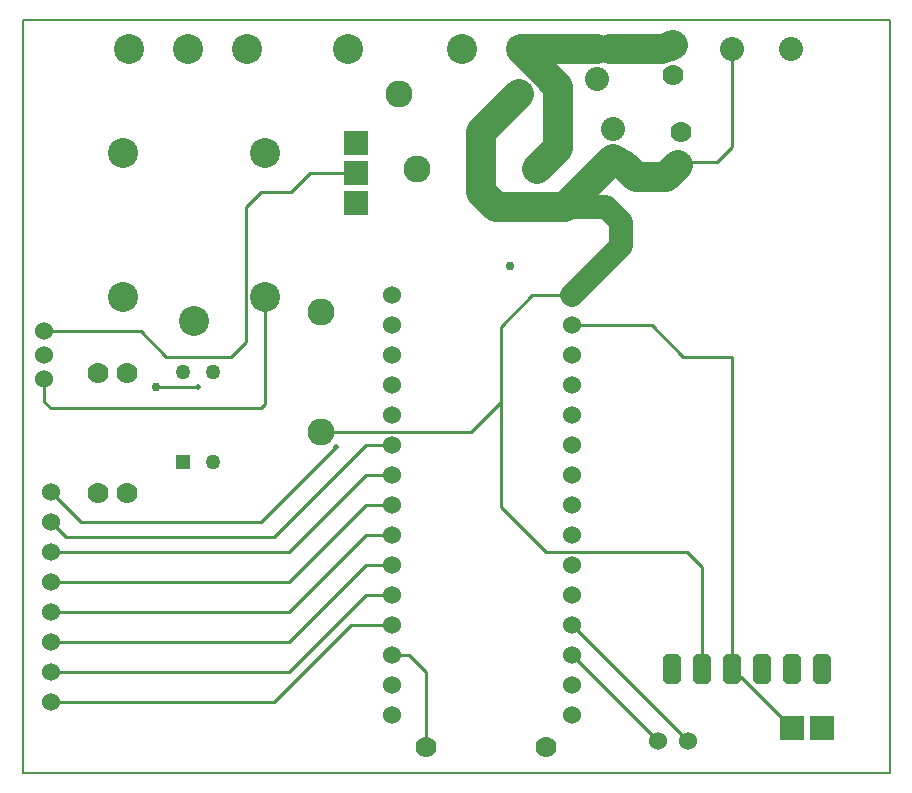
<source format=gbr>
G04 PROTEUS GERBER X2 FILE*
%TF.GenerationSoftware,Labcenter,Proteus,8.6-SP2-Build23525*%
%TF.CreationDate,2020-11-14T07:55:46+00:00*%
%TF.FileFunction,Copper,L1,Top*%
%TF.FilePolarity,Positive*%
%TF.Part,Single*%
%FSLAX45Y45*%
%MOMM*%
G01*
%TA.AperFunction,Conductor*%
%ADD10C,2.540000*%
%ADD11C,0.254000*%
%ADD12C,2.032000*%
%TA.AperFunction,ViaPad*%
%ADD13C,0.762000*%
%ADD14C,0.508000*%
%TA.AperFunction,WasherPad*%
%ADD15C,1.524000*%
%AMDIL006*
4,1,8,
-0.762000,0.965200,-0.457200,1.270000,0.457200,1.270000,0.762000,0.965200,0.762000,-0.965200,
0.457200,-1.270000,-0.457200,-1.270000,-0.762000,-0.965200,-0.762000,0.965200,
0*%
%TA.AperFunction,ComponentPad*%
%ADD16DIL006*%
%TA.AperFunction,OtherPad,Unknown*%
%ADD17C,2.540000*%
%TA.AperFunction,ComponentPad*%
%ADD18C,2.540000*%
%TA.AperFunction,ComponentPad*%
%ADD19R,1.270000X1.270000*%
%ADD70C,1.270000*%
%TA.AperFunction,ComponentPad*%
%ADD71R,2.032000X2.032000*%
%ADD20C,1.524000*%
%TA.AperFunction,ComponentPad*%
%ADD21C,2.286000*%
%ADD22C,1.778000*%
%ADD23C,2.032000*%
%TA.AperFunction,Profile*%
%ADD24C,0.203200*%
%TD.AperFunction*%
D10*
X+2965000Y+4000000D02*
X+3282000Y+3683000D01*
X+3282000Y+3167000D01*
X+3100000Y+2985000D01*
D11*
X+2949000Y+3623000D02*
X+2948005Y+3622005D01*
D10*
X+2628000Y+3302000D01*
D11*
X+3608000Y+3999000D02*
X+3724158Y+3999000D01*
D10*
X+3937000Y+3999000D01*
X+4159119Y+3999000D01*
D11*
X+4169100Y+3999000D01*
X+4213904Y+4016135D01*
D10*
X+4258000Y+4033000D01*
X+3743000Y+3067000D02*
X+3844600Y+3013400D01*
X+3937000Y+2921000D01*
X+4191000Y+2921000D01*
X+4293754Y+3023754D01*
D11*
X+4318000Y+3048000D01*
D10*
X+2965000Y+4000000D02*
X+3506400Y+4000000D01*
X+3608000Y+3999000D01*
D12*
X+3343000Y+2667000D02*
X+3683000Y+2667000D01*
X+3810000Y+2540000D01*
X+3810000Y+2330000D01*
X+3397000Y+1917000D01*
D10*
X+2628000Y+3302000D02*
X+2628000Y+2794000D01*
X+2755000Y+2667000D01*
X+3343000Y+2667000D01*
X+3743000Y+3067000D01*
D11*
X-1072000Y+1612200D02*
X-254000Y+1612200D01*
X-38800Y+1397000D01*
X+508000Y+1397000D01*
X+635000Y+1524000D01*
X+635000Y+2667000D01*
X+762000Y+2794000D01*
X+1016001Y+2794000D01*
X+1178001Y+2956000D01*
X+1568000Y+2956000D01*
X-1072000Y+1205800D02*
X-1072000Y+1016000D01*
X-1016000Y+960000D01*
X+762000Y+960000D01*
X+800000Y+998000D01*
X+800000Y+1900000D01*
X+4750000Y-1250000D02*
X+4750000Y+1397000D01*
X+4342000Y+1397000D01*
X+4076000Y+1663000D01*
X+3397000Y+1663000D01*
X+2794000Y+1016000D02*
X+2540000Y+762000D01*
X+1388300Y+762000D01*
X+1274000Y+758000D01*
X+4496000Y-1250000D02*
X+4496000Y-381000D01*
X+4369000Y-254000D01*
X+3175000Y-254000D01*
X+2794000Y+127000D01*
X+2794000Y+1016000D01*
X+2794000Y+1270000D01*
X+2794000Y+1651000D01*
X+3060000Y+1917000D01*
X+3397000Y+1917000D01*
X+1873000Y-1131000D02*
X+2020000Y-1131000D01*
X+2159000Y-1270000D01*
X+2159000Y-1905000D01*
X+4750000Y+4000000D02*
X+4750000Y+3175000D01*
X+4623000Y+3048000D01*
X+4318000Y+3048000D01*
X+3397000Y-1131000D02*
X+4050800Y-1784800D01*
X+4127000Y-1853000D01*
X+3397000Y-877000D02*
X+4304800Y-1784800D01*
X+4381000Y-1853000D01*
X+234000Y+1143000D02*
X-127000Y+1143000D01*
X+1873000Y-623000D02*
X+1651000Y-623000D01*
X+1004000Y-1270000D01*
X-1016000Y-1270000D01*
X+1873000Y-369000D02*
X+1651000Y-369000D01*
X+1004000Y-1016000D01*
X-1016000Y-1016000D01*
X+1873000Y-115000D02*
X+1651000Y-115000D01*
X+1004000Y-762000D01*
X-1016000Y-762000D01*
X+1873000Y+139000D02*
X+1651000Y+139000D01*
X+1004000Y-508000D01*
X-1016000Y-508000D01*
X+1873000Y+393000D02*
X+1651000Y+393000D01*
X+1004000Y-254000D01*
X-1016000Y-254000D01*
X+1873000Y-877000D02*
X+1524000Y-877000D01*
X+877000Y-1524000D01*
X-1016000Y-1524000D01*
X+1873000Y+647000D02*
X+1651000Y+647000D01*
X+877000Y-127000D01*
X-889000Y-127000D01*
X-1016000Y+0D01*
X-1016000Y+254000D02*
X-762000Y+0D01*
X+762000Y+0D01*
X+1397000Y+635000D01*
X+5262000Y-1750000D02*
X+4826200Y-1314200D01*
X+4750000Y-1250000D01*
D13*
X+2873000Y+2167000D03*
D14*
X+234000Y+1143000D03*
D13*
X-127000Y+1143000D03*
D14*
X+1397000Y+635000D03*
D15*
X+1873000Y+1917000D03*
X+1873000Y+1663000D03*
X+1873000Y+1409000D03*
X+1873000Y+1155000D03*
X+1873000Y+901000D03*
X+1873000Y+647000D03*
X+1873000Y+393000D03*
X+1873000Y+139000D03*
X+1873000Y-115000D03*
X+1873000Y-369000D03*
X+1873000Y-623000D03*
X+1873000Y-877000D03*
X+1873000Y-1131000D03*
X+1873000Y-1385000D03*
X+1873000Y-1639000D03*
X+3397000Y-1639000D03*
X+3397000Y-1385000D03*
X+3397000Y-1131000D03*
X+3397000Y-877000D03*
X+3397000Y-623000D03*
X+3397000Y-369000D03*
X+3397000Y-115000D03*
X+3397000Y+139000D03*
X+3397000Y+393000D03*
X+3397000Y+647000D03*
X+3397000Y+901000D03*
X+3397000Y+1155000D03*
X+3397000Y+1409000D03*
X+3397000Y+1663000D03*
X+3397000Y+1917000D03*
D16*
X+5512000Y-1250000D03*
X+5258000Y-1250000D03*
X+5004000Y-1250000D03*
X+4750000Y-1250000D03*
X+4496000Y-1250000D03*
X+4242000Y-1250000D03*
D17*
X+2965000Y+4000000D03*
D18*
X-400000Y+1900000D03*
X+800000Y+1900000D03*
X+200000Y+1700000D03*
X-400000Y+3120000D03*
X+800000Y+3120000D03*
D19*
X+103000Y+504000D03*
D70*
X+357000Y+504000D03*
X+357000Y+1266000D03*
X+103000Y+1266000D03*
D17*
X+2465000Y+4000000D03*
X-350000Y+4000000D03*
X+150000Y+4000000D03*
X+650000Y+4000000D03*
D71*
X+1568000Y+2702000D03*
X+1568000Y+2956000D03*
X+1568000Y+3210000D03*
D20*
X-1072000Y+1612200D03*
X-1072000Y+1409000D03*
X-1072000Y+1205800D03*
D21*
X+1274000Y+1774000D03*
X+1274000Y+758000D03*
X+3100000Y+2985000D03*
X+2084000Y+2985000D03*
X+1933000Y+3623000D03*
X+2949000Y+3623000D03*
D17*
X+1500000Y+4000000D03*
D22*
X+4258000Y+4033000D03*
X+4258000Y+3779000D03*
D23*
X+3608000Y+3999000D03*
X+3608000Y+3745000D03*
X+3743000Y+3067000D03*
X+3743000Y+3321000D03*
D22*
X+4318000Y+3048000D03*
X+4318000Y+3302000D03*
X-369000Y+1262000D03*
X-369000Y+246000D03*
X-615000Y+1262000D03*
X-615000Y+246000D03*
D23*
X+4750000Y+4000000D03*
X+5250000Y+4000000D03*
D15*
X+4381000Y-1853000D03*
X+4127000Y-1853000D03*
D71*
X+5516000Y-1750000D03*
X+5262000Y-1750000D03*
D22*
X+3175000Y-1905000D03*
X+2159000Y-1905000D03*
D15*
X-1016000Y-1524000D03*
X-1016000Y-1270000D03*
X-1016000Y-1016000D03*
X-1016000Y-762000D03*
X-1016000Y-508000D03*
X-1016000Y-254000D03*
X-1016000Y+0D03*
X-1016000Y+254000D03*
D24*
X-1250000Y-2127000D02*
X+6087000Y-2127000D01*
X+6087000Y+4250000D01*
X-1250000Y+4250000D01*
X-1250000Y-2127000D01*
M02*

</source>
